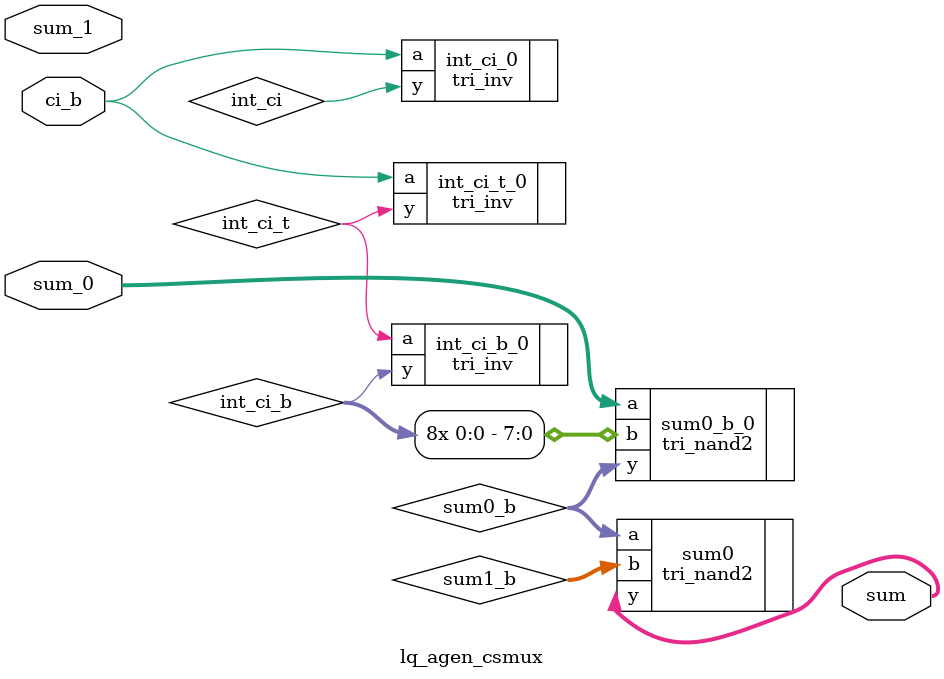
<source format=v>



module lq_agen_csmux(
   sum_0,
   sum_1,
   ci_b,
   sum
);

input [0:7]     sum_0;		// after xor
input [0:7]     sum_1;
input           ci_b;

output [0:7]    sum;

wire [0:7]      sum0_b;

wire [0:7]      sum1_b;

wire            int_ci;

wire            int_ci_t;

wire            int_ci_b;

//assign int_ci = (~ci_b);
tri_inv int_ci_0 (.y(int_ci), .a(ci_b));

//assign int_ci_t = (~ci_b);
tri_inv int_ci_t_0 (.y(int_ci_t), .a(ci_b));

//assign int_ci_b = (~int_ci_t);
tri_inv int_ci_b_0 (.y(int_ci_b), .a(int_ci_t));

//assign sum0_b[0] = (~(sum_0[0] & int_ci_b));
tri_nand2 #(.WIDTH(8)) sum0_b_0 (.y(sum0_b[0:7]), .a(sum_0[0:7]), .b({8{int_ci_b}}));

//assign sum[0] = (~(sum0_b[0] & sum1_b[0]));
tri_nand2 #(.WIDTH(8)) sum0 (.y(sum[0:7]), .a(sum0_b[0:7]), .b(sum1_b[0:7]));

endmodule

</source>
